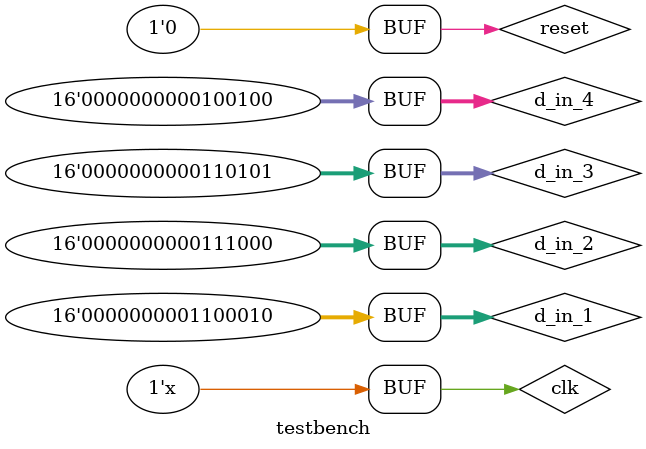
<source format=v>



module testbench;

reg clk;
reg reset;

reg [15:0] d_in_1;
reg [15:0] d_in_2;
reg [15:0] d_in_3;
reg [15:0] d_in_4;

wire [23:0] d_out;

IDCT_test IDCT(.d_in_1(d_in_1),
               .d_in_2(d_in_2),
               .d_in_3(d_in_3),
               .d_in_4(d_in_4),
               .reset(reset),
               .clk(clk),
               .d_out(d_out));
initial begin
  begin
      reset <= 1;
      clk <= 1;
  end
  #5 begin
        clk <= ~clk;
        reset <= 0;
        d_in_1 <= 1;
     end

  #5 begin
	 clk <= ~clk;
	 end

  #5 begin
        clk <= ~clk;
        d_in_1 <= 21;
        d_in_2 <= 1;
        //d_in_3 <= ;
        //d_in_4 <= ;
     end

  #5 begin
	 clk <= ~clk;
	 end

  #5 begin
        clk <= ~clk;
        d_in_1 <= 67;
        d_in_2 <= 39;
        d_in_3 <= 1;
        //d_in_4 <= 290;
     end

  #5 begin
	 clk <= ~clk;
	 end

  #5 begin
       clk <= ~clk;
       d_in_1 <= 67;
       d_in_2 <= 98;
       d_in_3 <= 245;
       d_in_4 <= 1;
     end

  #5 begin
	 clk <= ~clk;
	 end

  #5 begin
       clk <= ~clk;
       d_in_1 <= 78;
       d_in_2 <= 85;
       d_in_3 <= 45;
       d_in_4 <= 23;
     end

  #5 begin
	 clk <= ~clk;
	 end

  #5 begin
       clk <= ~clk;
       d_in_1 <= 86;
       d_in_2 <= 53;
       d_in_3 <= 51;
       d_in_4 <= 39;
     end

  #5 begin
	 clk <= ~clk;
	 end

  #5 begin
       clk <= ~clk;
       d_in_1 <= 98;
       d_in_2 <= 56;
       d_in_3 <= 53;
       d_in_4 <= 36;
     end
end

endmodule

</source>
